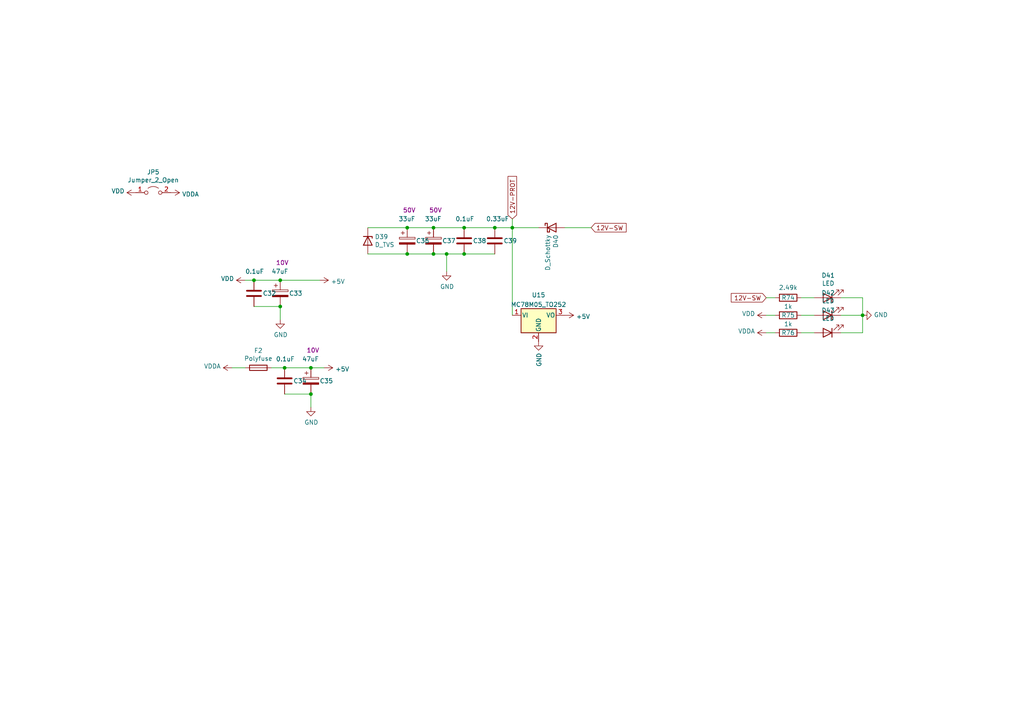
<source format=kicad_sch>
(kicad_sch (version 20230121) (generator eeschema)
  (paper "A4")
  (lib_symbols
    (symbol "Device:C" (pin_numbers hide) (pin_names (offset 0.254))
      (property "Reference" "C" (at 0.635 2.54 0))
      (property "Value" "C" (at 0.635 -2.54 0))
      (symbol "C_0_1"
        (polyline (pts (xy -2.032 -0.762) (xy 2.032 -0.762)) (stroke (width 0.508)))
        (polyline (pts (xy -2.032 0.762) (xy 2.032 0.762)) (stroke (width 0.508)))
      )
      (symbol "C_1_1"
        (pin passive line (at 0 3.81 270) (length 2.794) (name "~") (number "1"))
        (pin passive line (at 0 -3.81 90) (length 2.794) (name "~") (number "2"))
      )
    )
    (symbol "Device:CP" (pin_numbers hide) (pin_names (offset 0.254))
      (property "Reference" "C" (at 0.635 2.54 0))
      (property "Value" "Device_CP" (at 0.635 -2.54 0))
      (symbol "CP_0_1"
        (rectangle (start -2.286 0.508) (end 2.286 1.016))
        (polyline (pts (xy -1.778 2.286) (xy -0.762 2.286)))
        (polyline (pts (xy -1.27 2.794) (xy -1.27 1.778)))
        (rectangle (start 2.286 -0.508) (end -2.286 -1.016) (fill (type outline)))
      )
      (symbol "CP_1_1"
        (pin passive line (at 0 3.81 270) (length 2.794) (name "~") (number "1"))
        (pin passive line (at 0 -3.81 90) (length 2.794) (name "~") (number "2"))
      )
    )
    (symbol "Device:D_Schottky" (pin_numbers hide) (pin_names (offset 1.016) hide)
      (property "Reference" "D" (at 0 2.54 0))
      (property "Value" "D_Schottky" (at 0 -2.54 0))
      (symbol "D_Schottky_0_1"
        (polyline (pts (xy 1.27 0) (xy -1.27 0)))
        (polyline (pts (xy 1.27 1.27) (xy 1.27 -1.27) (xy -1.27 0) (xy 1.27 1.27)) (stroke (width 0.254)))
        (polyline (pts (xy -1.905 0.635) (xy -1.905 1.27) (xy -1.27 1.27) (xy -1.27 -1.27) (xy -0.635 -1.27) (xy -0.635 -0.635)) (stroke (width 0.254)))
      )
      (symbol "D_Schottky_1_1"
        (pin passive line (at -3.81 0 0) (length 2.54) (name "K") (number "1"))
        (pin passive line (at 3.81 0 180) (length 2.54) (name "A") (number "2"))
      )
    )
    (symbol "Device:D_Zener" (pin_numbers hide) (pin_names (offset 1.016) hide)
      (property "Reference" "D" (at 0 2.54 0))
      (property "Value" "D_Zener" (at 0 -2.54 0))
      (symbol "D_Zener_0_1"
        (polyline (pts (xy 1.27 0) (xy -1.27 0)))
        (polyline (pts (xy -1.27 -1.27) (xy -1.27 1.27) (xy -0.762 1.27)) (stroke (width 0.254)))
        (polyline (pts (xy 1.27 -1.27) (xy 1.27 1.27) (xy -1.27 0) (xy 1.27 -1.27)) (stroke (width 0.254)))
      )
      (symbol "D_Zener_1_1"
        (pin passive line (at -3.81 0 0) (length 2.54) (name "K") (number "1"))
        (pin passive line (at 3.81 0 180) (length 2.54) (name "A") (number "2"))
      )
    )
    (symbol "Device:Fuse" (pin_numbers hide) (pin_names (offset 0))
      (property "Reference" "F" (at 2.032 0 90))
      (property "Value" "Fuse" (at -1.905 0 90))
      (symbol "Fuse_0_1"
        (rectangle (start -0.762 -2.54) (end 0.762 2.54) (stroke (width 0.254)))
        (polyline (pts (xy 0 2.54) (xy 0 -2.54)))
      )
      (symbol "Fuse_1_1"
        (pin passive line (at 0 3.81 270) (length 1.27) (name "~") (number "1"))
        (pin passive line (at 0 -3.81 90) (length 1.27) (name "~") (number "2"))
      )
    )
    (symbol "Device:LED" (pin_numbers hide) (pin_names (offset 1.016) hide)
      (property "Reference" "D" (at 0 2.54 0))
      (property "Value" "LED" (at 0 -2.54 0))
      (symbol "LED_0_1"
        (polyline (pts (xy -1.27 -1.27) (xy -1.27 1.27)) (stroke (width 0.254)))
        (polyline (pts (xy -1.27 0) (xy 1.27 0)))
        (polyline (pts (xy 1.27 -1.27) (xy 1.27 1.27) (xy -1.27 0) (xy 1.27 -1.27)) (stroke (width 0.254)))
        (polyline (pts (xy -3.048 -0.762) (xy -4.572 -2.286) (xy -3.81 -2.286) (xy -4.572 -2.286) (xy -4.572 -1.524)))
        (polyline (pts (xy -1.778 -0.762) (xy -3.302 -2.286) (xy -2.54 -2.286) (xy -3.302 -2.286) (xy -3.302 -1.524)))
      )
      (symbol "LED_1_1"
        (pin passive line (at -3.81 0 0) (length 2.54) (name "K") (number "1"))
        (pin passive line (at 3.81 0 180) (length 2.54) (name "A") (number "2"))
      )
    )
    (symbol "Device:R" (pin_numbers hide) (pin_names (offset 0))
      (property "Reference" "R" (at 2.032 0 90))
      (property "Value" "R" (at 0 0 90))
      (symbol "R_0_1"
        (rectangle (start -1.016 -2.54) (end 1.016 2.54) (stroke (width 0.254)))
      )
      (symbol "R_1_1"
        (pin passive line (at 0 3.81 270) (length 1.27) (name "~") (number "1"))
        (pin passive line (at 0 -3.81 90) (length 1.27) (name "~") (number "2"))
      )
    )
    (symbol "Jumper:Jumper_2_Open" (pin_names (offset 0) hide)
      (property "Reference" "JP" (at 0 2.794 0))
      (property "Value" "Jumper_2_Open" (at 0 -2.286 0))
      (symbol "Jumper_2_Open_0_0"
        (circle (center -2.032 0) (radius 0.508))
        (circle (center 2.032 0) (radius 0.508))
      )
      (symbol "Jumper_2_Open_0_1"
        (arc (start 1.524 1.27) (mid 0 1.778) (end -1.524 1.27))
      )
      (symbol "Jumper_2_Open_1_1"
        (pin passive line (at -5.08 0 0) (length 2.54) (name "A") (number "1"))
        (pin passive line (at 5.08 0 180) (length 2.54) (name "B") (number "2"))
      )
    )
    (symbol "Regulator_Linear:MC78M05_TO252" (pin_names (offset 0.254))
      (property "Reference" "U" (at -3.81 3.175 0))
      (property "Value" "MC78M05_TO252" (at 0 3.175 0))
      (symbol "MC78M05_TO252_0_1"
        (rectangle (start -5.08 1.905) (end 5.08 -5.08) (stroke (width 0.254)) (fill (type background)))
      )
      (symbol "MC78M05_TO252_1_1"
        (pin power_in line (at -7.62 0 0) (length 2.54) (name "VI") (number "1"))
        (pin power_in line (at 0 -7.62 90) (length 2.54) (name "GND") (number "2"))
        (pin power_out line (at 7.62 0 180) (length 2.54) (name "VO") (number "3"))
      )
    )
    (symbol "power:+5V" (power) (pin_names (offset 0))
      (property "Value" "+5V" (at 0 3.556 0))
      (symbol "+5V_0_1"
        (polyline (pts (xy -0.762 1.27) (xy 0 2.54)))
        (polyline (pts (xy 0 0) (xy 0 2.54)))
        (polyline (pts (xy 0 2.54) (xy 0.762 1.27)))
      )
      (symbol "+5V_1_1"
        (pin power_in line (at 0 0 90) (length 0) hide (name "+5V") (number "1"))
      )
    )
    (symbol "power:GND" (power) (pin_names (offset 0))
      (property "Value" "GND" (at 0 -3.81 0))
      (symbol "GND_0_1"
        (polyline (pts (xy 0 0) (xy 0 -1.27) (xy 1.27 -1.27) (xy 0 -2.54) (xy -1.27 -1.27) (xy 0 -1.27)))
      )
      (symbol "GND_1_1"
        (pin power_in line (at 0 0 270) (length 0) hide (name "GND") (number "1"))
      )
    )
    (symbol "power:VDD" (power) (pin_names (offset 0))
      (property "Value" "VDD" (at 0 3.81 0))
      (symbol "VDD_0_1"
        (polyline (pts (xy -0.762 1.27) (xy 0 2.54)))
        (polyline (pts (xy 0 0) (xy 0 2.54)))
        (polyline (pts (xy 0 2.54) (xy 0.762 1.27)))
      )
      (symbol "VDD_1_1"
        (pin power_in line (at 0 0 90) (length 0) hide (name "VDD") (number "1"))
      )
    )
    (symbol "power:VDDA" (power) (pin_names (offset 0))
      (property "Value" "VDDA" (at 0 3.81 0))
      (symbol "VDDA_0_1"
        (polyline (pts (xy -0.762 1.27) (xy 0 2.54)))
        (polyline (pts (xy 0 0) (xy 0 2.54)))
        (polyline (pts (xy 0 2.54) (xy 0.762 1.27)))
      )
      (symbol "VDDA_1_1"
        (pin power_in line (at 0 0 90) (length 0) hide (name "VDDA") (number "1"))
      )
    )
  )
  (junction (at 73.66 81.28))
  (junction (at 250.19 91.44))
  (junction (at 129.54 73.66))
  (junction (at 143.51 66.04))
  (junction (at 82.55 106.68))
  (junction (at 81.28 88.9))
  (junction (at 148.59 66.04))
  (junction (at 134.62 66.04))
  (junction (at 81.28 81.28))
  (junction (at 90.17 114.3))
  (junction (at 125.73 66.04))
  (junction (at 90.17 106.68))
  (junction (at 134.62 73.66))
  (junction (at 118.11 73.66))
  (junction (at 125.73 73.66))
  (junction (at 118.11 66.04))
  (wire (pts (xy 78.74 106.68) (xy 82.55 106.68)))
  (wire (pts (xy 134.62 66.04) (xy 125.73 66.04)))
  (wire (pts (xy 232.41 86.36) (xy 236.22 86.36)))
  (wire (pts (xy 129.54 73.66) (xy 129.54 78.74)))
  (wire (pts (xy 134.62 66.04) (xy 143.51 66.04)))
  (wire (pts (xy 148.59 66.04) (xy 156.21 66.04)))
  (wire (pts (xy 171.45 66.04) (xy 163.83 66.04)))
  (wire (pts (xy 81.28 92.71) (xy 81.28 88.9)))
  (wire (pts (xy 90.17 118.11) (xy 90.17 114.3)))
  (wire (pts (xy 129.54 73.66) (xy 125.73 73.66)))
  (wire (pts (xy 93.98 106.68) (xy 90.17 106.68)))
  (wire (pts (xy 243.84 86.36) (xy 250.19 86.36)))
  (wire (pts (xy 224.79 96.52) (xy 222.25 96.52)))
  (wire (pts (xy 232.41 91.44) (xy 236.22 91.44)))
  (wire (pts (xy 106.68 66.04) (xy 118.11 66.04)))
  (wire (pts (xy 148.59 66.04) (xy 148.59 91.44)))
  (wire (pts (xy 222.25 91.44) (xy 224.79 91.44)))
  (wire (pts (xy 67.31 106.68) (xy 71.12 106.68)))
  (wire (pts (xy 106.68 73.66) (xy 118.11 73.66)))
  (wire (pts (xy 118.11 73.66) (xy 125.73 73.66)))
  (wire (pts (xy 143.51 66.04) (xy 148.59 66.04)))
  (wire (pts (xy 250.19 86.36) (xy 250.19 91.44)))
  (wire (pts (xy 73.66 81.28) (xy 81.28 81.28)))
  (wire (pts (xy 134.62 73.66) (xy 143.51 73.66)))
  (wire (pts (xy 82.55 106.68) (xy 90.17 106.68)))
  (wire (pts (xy 71.12 81.28) (xy 73.66 81.28)))
  (wire (pts (xy 118.11 66.04) (xy 125.73 66.04)))
  (wire (pts (xy 148.59 63.5) (xy 148.59 66.04)))
  (wire (pts (xy 134.62 73.66) (xy 129.54 73.66)))
  (wire (pts (xy 250.19 96.52) (xy 250.19 91.44)))
  (wire (pts (xy 222.25 86.36) (xy 224.79 86.36)))
  (wire (pts (xy 81.28 81.28) (xy 92.71 81.28)))
  (wire (pts (xy 73.66 88.9) (xy 81.28 88.9)))
  (wire (pts (xy 82.55 114.3) (xy 90.17 114.3)))
  (wire (pts (xy 232.41 96.52) (xy 236.22 96.52)))
  (wire (pts (xy 243.84 91.44) (xy 250.19 91.44)))
  (wire (pts (xy 243.84 96.52) (xy 250.19 96.52)))
  (global_label "12V-PROT" (shape input) (at 148.59 63.5 90) (property "Intersheetrefs" "${INTERSHEET_REFS}" (effects hide)))
  (global_label "12V-SW" (shape input) (at 171.45 66.04 0) (property "Intersheetrefs" "${INTERSHEET_REFS}" (effects hide)))
  (global_label "12V-SW" (shape input) (at 222.25 86.36 180) (property "Intersheetrefs" "${INTERSHEET_REFS}" (effects hide)))
  (symbol (lib_id "Device:D_Schottky") (at 160.02 66.04 0) (unit 1)
    (property "Reference" "D40" (at 161.1884 68.0466 90) (effects (justify right)))
    (property "Value" "D_Schottky" (at 158.877 68.0466 90) (effects (justify right)))
    (property "Footprint" "Diode_SMD:D_SMA_Handsoldering" (effects hide))
    (property "Digikey Part Number" "B360A-FDICT-ND" (effects hide))
    (property "Manufacturer_Name" "Diodes Inc" (effects hide))
    (property "Manufacturer_Part_Number" "B360A-13-F" (effects hide))
    (property "URL" "https://www.digikey.com.au/product-detail/en/diodes-incorporated/B360A-13-F/B360A-FDICT-ND/724980" (effects hide))
  )
  (symbol (lib_id "Device:CP") (at 125.73 69.85 0) (unit 1)
    (property "Reference" "C37" (at 128.27 69.85 0) (effects (justify left)))
    (property "Value" "33uF" (at 123.19 63.5 0) (effects (justify left)))
    (property "Footprint" "Capacitor_SMD:CP_Elec_6.3x7.7" (effects hide))
    (property "Voltage" "50V" (at 124.46 60.96 0) (effects (justify left)))
    (property "Digikey Part Number" "PCE3925CT-ND" (effects hide))
    (property "Manufacturer_Name" "Panasonic" (effects hide))
    (property "Manufacturer_Part_Number" "EEE-1HA330XP" (effects hide))
    (property "URL" "https://www.digikey.com.au/product-detail/en/panasonic-electronic-components/EEE-1HA330XP/PCE3925CT-ND/766301" (effects hide))
  )
  (symbol (lib_id "Device:C") (at 134.62 69.85 0) (unit 1)
    (property "Reference" "C38" (at 137.16 69.85 0) (effects (justify left)))
    (property "Value" "0.1uF" (at 132.08 63.5 0) (effects (justify left)))
    (property "Footprint" "Capacitor_SMD:C_0805_2012Metric" (effects hide))
    (property "Digikey Part Number" "311-1140-1-ND" (effects hide))
    (property "Manufacturer_Name" "Yageo" (effects hide))
    (property "Manufacturer_Part_Number" "CC0805KRX7R9BB104" (effects hide))
    (property "URL" "https://www.digikey.com.au/product-detail/en/yageo/CC0805KRX7R9BB104/311-1140-1-ND/303050" (effects hide))
  )
  (symbol (lib_id "power:GND") (at 129.54 78.74 0) (unit 1)
    (property "Reference" "#PWR0121" (effects hide))
    (property "Value" "GND" (at 129.667 83.1342 0))
  )
  (symbol (lib_id "power:GND") (at 156.21 99.06 0) (unit 1)
    (property "Reference" "#PWR0122" (effects hide))
    (property "Value" "GND" (at 156.337 102.3112 90) (effects (justify right)))
  )
  (symbol (lib_id "power:+5V") (at 163.83 91.44 270) (unit 1)
    (property "Reference" "#PWR0123" (effects hide))
    (property "Value" "+5V" (at 167.0812 91.821 90) (effects (justify left)))
  )
  (symbol (lib_id "Device:CP") (at 81.28 85.09 0) (unit 1)
    (property "Reference" "C33" (at 83.82 85.09 0) (effects (justify left)))
    (property "Value" "47uF" (at 78.74 78.74 0) (effects (justify left)))
    (property "Footprint" "Capacitor_Tantalum_SMD:CP_EIA-3528-21_Kemet-B" (effects hide))
    (property "Voltage" "10V" (at 80.01 76.2 0) (effects (justify left)))
    (property "Digikey Part Number" "478-1692-1-ND" (effects hide))
    (property "Manufacturer_Name" "AVX" (effects hide))
    (property "Manufacturer_Part_Number" "TAJB476K006RNJ" (effects hide))
    (property "URL" "https://www.digikey.com/product-detail/en/avx-corporation/TAJB476K006RNJ/478-1692-1-ND/564724" (effects hide))
  )
  (symbol (lib_id "Device:C") (at 73.66 85.09 0) (unit 1)
    (property "Reference" "C32" (at 76.2 85.09 0) (effects (justify left)))
    (property "Value" "0.1uF" (at 71.12 78.74 0) (effects (justify left)))
    (property "Footprint" "Capacitor_SMD:C_0805_2012Metric" (effects hide))
    (property "Digikey Part Number" "311-1140-1-ND" (effects hide))
    (property "Manufacturer_Name" "Yageo" (effects hide))
    (property "Manufacturer_Part_Number" "CC0805KRX7R9BB104" (effects hide))
    (property "URL" "https://www.digikey.com.au/product-detail/en/yageo/CC0805KRX7R9BB104/311-1140-1-ND/303050" (effects hide))
  )
  (symbol (lib_id "power:GND") (at 81.28 92.71 0) (unit 1)
    (property "Reference" "#PWR0117" (effects hide))
    (property "Value" "GND" (at 81.407 97.1042 0))
  )
  (symbol (lib_id "Device:CP") (at 90.17 110.49 0) (unit 1)
    (property "Reference" "C35" (at 92.71 110.49 0) (effects (justify left)))
    (property "Value" "47uF" (at 87.63 104.14 0) (effects (justify left)))
    (property "Footprint" "Capacitor_Tantalum_SMD:CP_EIA-3528-21_Kemet-B" (effects hide))
    (property "Voltage" "10V" (at 88.9 101.6 0) (effects (justify left)))
    (property "Digikey Part Number" "478-1692-1-ND" (effects hide))
    (property "Manufacturer_Name" "AVX" (effects hide))
    (property "Manufacturer_Part_Number" "TAJB476K006RNJ" (effects hide))
    (property "URL" "https://www.digikey.com/product-detail/en/avx-corporation/TAJB476K006RNJ/478-1692-1-ND/564724" (effects hide))
  )
  (symbol (lib_id "Device:C") (at 82.55 110.49 0) (unit 1)
    (property "Reference" "C34" (at 85.09 110.49 0) (effects (justify left)))
    (property "Value" "0.1uF" (at 80.01 104.14 0) (effects (justify left)))
    (property "Footprint" "Capacitor_SMD:C_0805_2012Metric" (effects hide))
    (property "Digikey Part Number" "311-1140-1-ND" (effects hide))
    (property "Manufacturer_Name" "Yageo" (effects hide))
    (property "Manufacturer_Part_Number" "CC0805KRX7R9BB104" (effects hide))
    (property "URL" "https://www.digikey.com.au/product-detail/en/yageo/CC0805KRX7R9BB104/311-1140-1-ND/303050" (effects hide))
  )
  (symbol (lib_id "power:GND") (at 90.17 118.11 0) (unit 1)
    (property "Reference" "#PWR0118" (effects hide))
    (property "Value" "GND" (at 90.297 122.5042 0))
  )
  (symbol (lib_id "Device:Fuse") (at 74.93 106.68 270) (unit 1)
    (property "Reference" "F2" (at 74.93 101.6762 90))
    (property "Value" "Polyfuse" (at 74.93 103.9876 90))
    (property "Footprint" "Fuse:Fuse_0603_1608Metric" (effects hide))
    (property "Digikey Part Number" "507-1817-1-ND" (effects hide))
    (property "Manufacturer_Name" "Bel Fuse Inc." (effects hide))
    (property "Manufacturer_Part_Number" "0ZCM0008FF2G" (effects hide))
    (property "URL" "https://www.digikey.com.au/product-detail/en/bel-fuse-inc/0ZCM0008FF2G/507-1817-1-ND/4156262" (effects hide))
  )
  (symbol (lib_id "power:VDD") (at 71.12 81.28 90) (unit 1)
    (property "Reference" "#PWR0116" (effects hide))
    (property "Value" "VDD" (at 67.8942 80.8228 90) (effects (justify left)))
  )
  (symbol (lib_id "power:VDDA") (at 67.31 106.68 90) (unit 1)
    (property "Reference" "#PWR0115" (effects hide))
    (property "Value" "VDDA" (at 64.0588 106.2228 90) (effects (justify left)))
  )
  (symbol (lib_id "power:+5V") (at 92.71 81.28 270) (unit 1)
    (property "Reference" "#PWR0119" (effects hide))
    (property "Value" "+5V" (at 95.9612 81.661 90) (effects (justify left)))
  )
  (symbol (lib_id "Device:D_Zener") (at 106.68 69.85 270) (unit 1)
    (property "Reference" "D39" (at 108.6866 68.6816 90) (effects (justify left)))
    (property "Value" "D_TVS" (at 108.6866 70.993 90) (effects (justify left)))
    (property "Footprint" "Diode_SMD:D_SMB" (effects hide))
    (property "Digikey Part Number" "SMBJ40A-QCT-ND" (effects hide))
    (property "Manufacturer_Name" "Bournes Inc." (effects hide))
    (property "Manufacturer_Part_Number" "SMBJ40A-Q" (effects hide))
    (property "URL" "https://www.digikey.com.au/product-detail/en/bourns-inc/SMBJ40A-Q/SMBJ40A-QCT-ND/10222718" (effects hide))
  )
  (symbol (lib_id "Device:CP") (at 118.11 69.85 0) (unit 1)
    (property "Reference" "C36" (at 120.65 69.85 0) (effects (justify left)))
    (property "Value" "33uF" (at 115.57 63.5 0) (effects (justify left)))
    (property "Footprint" "Capacitor_SMD:CP_Elec_6.3x7.7" (effects hide))
    (property "Voltage" "50V" (at 116.84 60.96 0) (effects (justify left)))
    (property "Digikey Part Number" "PCE3925CT-ND" (effects hide))
    (property "Manufacturer_Name" "Panasonic" (effects hide))
    (property "Manufacturer_Part_Number" "EEE-1HA330XP" (effects hide))
    (property "URL" "https://www.digikey.com.au/product-detail/en/panasonic-electronic-components/EEE-1HA330XP/PCE3925CT-ND/766301" (effects hide))
  )
  (symbol (lib_id "Device:LED") (at 240.03 86.36 180) (unit 1)
    (property "Reference" "D41" (at 240.2078 79.883 0))
    (property "Value" "LED" (at 240.2078 82.1944 0))
    (property "Footprint" "LED_SMD:LED_0805_2012Metric" (effects hide))
    (property "Digikey Part Number" "475-1410-2-ND" (effects hide))
    (property "Manufacturer_Name" "OSRAM" (effects hide))
    (property "Manufacturer_Part_Number" "LG R971-KN-1" (effects hide))
    (property "URL" "https://www.digikey.com/en/products/detail/osram-opto-semiconductors-inc/LG-R971-KN-1/1227925" (effects hide))
  )
  (symbol (lib_id "power:VDDA") (at 222.25 96.52 90) (unit 1)
    (property "Reference" "#PWR0125" (effects hide))
    (property "Value" "VDDA" (at 218.9988 96.0628 90) (effects (justify left)))
  )
  (symbol (lib_id "power:VDD") (at 222.25 91.44 90) (unit 1)
    (property "Reference" "#PWR0124" (effects hide))
    (property "Value" "VDD" (at 219.0242 90.9828 90) (effects (justify left)))
  )
  (symbol (lib_id "Device:LED") (at 240.03 91.44 180) (unit 1)
    (property "Reference" "D42" (at 240.2078 84.963 0))
    (property "Value" "LED" (at 240.2078 87.2744 0))
    (property "Footprint" "LED_SMD:LED_0805_2012Metric" (effects hide))
    (property "Digikey Part Number" "475-1410-2-ND" (effects hide))
    (property "Manufacturer_Name" "OSRAM" (effects hide))
    (property "Manufacturer_Part_Number" "LG R971-KN-1" (effects hide))
    (property "URL" "https://www.digikey.com/en/products/detail/osram-opto-semiconductors-inc/LG-R971-KN-1/1227925" (effects hide))
  )
  (symbol (lib_id "Device:LED") (at 240.03 96.52 180) (unit 1)
    (property "Reference" "D43" (at 240.2078 90.043 0))
    (property "Value" "LED" (at 240.2078 92.3544 0))
    (property "Footprint" "LED_SMD:LED_0805_2012Metric" (effects hide))
    (property "Digikey Part Number" "475-1410-2-ND" (effects hide))
    (property "Manufacturer_Name" "OSRAM" (effects hide))
    (property "Manufacturer_Part_Number" "LG R971-KN-1" (effects hide))
    (property "URL" "https://www.digikey.com/en/products/detail/osram-opto-semiconductors-inc/LG-R971-KN-1/1227925" (effects hide))
  )
  (symbol (lib_id "power:GND") (at 250.19 91.44 90) (unit 1)
    (property "Reference" "#PWR0126" (effects hide))
    (property "Value" "GND" (at 253.4412 91.313 90) (effects (justify right)))
  )
  (symbol (lib_id "Jumper:Jumper_2_Open") (at 44.45 55.88 0) (unit 1)
    (property "Reference" "JP5" (at 44.45 49.911 0))
    (property "Value" "Jumper_2_Open" (at 44.45 52.2224 0))
    (property "Footprint" "Jumper:SolderJumper-2_P1.3mm_Open_Pad1.0x1.5mm" (effects hide))
  )
  (symbol (lib_id "power:VDD") (at 39.37 55.88 90) (unit 1)
    (property "Reference" "#PWR0113" (effects hide))
    (property "Value" "VDD" (at 36.1442 55.4228 90) (effects (justify left)))
  )
  (symbol (lib_id "power:VDDA") (at 49.53 55.88 270) (unit 1)
    (property "Reference" "#PWR0114" (effects hide))
    (property "Value" "VDDA" (at 52.7812 56.3372 90) (effects (justify left)))
  )
  (symbol (lib_id "Device:R") (at 228.6 91.44 90) (unit 1)
    (property "Reference" "R75" (at 228.6 91.44 90))
    (property "Value" "1k" (at 228.6 88.9 90))
    (property "Footprint" "Resistor_SMD:R_0805_2012Metric" (effects hide))
    (property "Digikey Part Number" "311-1.00KCRCT-ND" (effects hide))
    (property "Manufacturer_Name" "Yageo" (effects hide))
    (property "Manufacturer_Part_Number" "RC0805FR-071KL" (effects hide))
    (property "URL" "https://www.digikey.com/product-detail/en/yageo/RC0805FR-071KL/311-1.00KCRCT-ND/730391" (effects hide))
  )
  (symbol (lib_id "Device:C") (at 143.51 69.85 0) (unit 1)
    (property "Reference" "C39" (at 146.05 69.85 0) (effects (justify left)))
    (property "Value" "0.33uF" (at 140.97 63.5 0) (effects (justify left)))
    (property "Footprint" "Capacitor_SMD:C_0805_2012Metric" (effects hide))
    (property "Digikey Part Number" "445-5684-1-ND" (effects hide))
    (property "Manufacturer_Name" "TDK" (effects hide))
    (property "Manufacturer_Part_Number" "CGA4J2X7R1H334K125AA" (effects hide))
    (property "URL" "https://www.digikey.com.au/en/products/detail/tdk-corporation/CGA4J2X7R1H334K125AA/2443162" (effects hide))
  )
  (symbol (lib_id "power:+5V") (at 93.98 106.68 270) (unit 1)
    (property "Reference" "#PWR0120" (effects hide))
    (property "Value" "+5V" (at 97.2312 107.061 90) (effects (justify left)))
  )
  (symbol (lib_id "Device:R") (at 228.6 86.36 270) (unit 1)
    (property "Reference" "R74" (at 228.6 86.36 90))
    (property "Value" "2.49k" (at 228.6 83.4136 90))
    (property "Footprint" "Resistor_SMD:R_0805_2012Metric" (effects hide))
    (property "Digikey Part Number" "YAG1854CT-ND" (effects hide))
    (property "Manufacturer_Name" "Yageo" (effects hide))
    (property "Manufacturer_Part_Number" "RT0805BRD072K49L" (effects hide))
    (property "Tolerance" "0.1%" (effects hide))
    (property "URL" "https://www.digikey.com/product-detail/en/yageo/RT0805BRD072K49L/YAG1854CT-ND/5139302" (effects hide))
  )
  (symbol (lib_id "Regulator_Linear:MC78M05_TO252") (at 156.21 91.44 0) (unit 1)
    (property "Reference" "U15" (at 156.21 85.5685 0))
    (property "Value" "MC78M05_TO252" (at 156.21 88.3436 0))
    (property "Footprint" "Package_TO_SOT_SMD:TO-252-2" (effects hide))
    (property "Datasheet" "https://www.onsemi.com/pdf/datasheet/mc7800-d.pdf" (effects hide))
    (property "Digikey Part Number" "NCV7805BDTRKGOSCT-ND" (effects hide))
    (property "Manufacturer_Name" "ON Semi" (effects hide))
    (property "Manufacturer_Part_Number" "NCV7805BDTRKG" (effects hide))
    (property "URL" "https://www.digikey.com/en/products/detail/onsemi/NCV7805BDTRKG/1792758" (effects hide))
  )
  (symbol (lib_id "Device:R") (at 228.6 96.52 90) (unit 1)
    (property "Reference" "R76" (at 228.6 96.52 90))
    (property "Value" "1k" (at 228.6 93.98 90))
    (property "Footprint" "Resistor_SMD:R_0805_2012Metric" (effects hide))
    (property "Digikey Part Number" "311-1.00KCRCT-ND" (effects hide))
    (property "Manufacturer_Name" "Yageo" (effects hide))
    (property "Manufacturer_Part_Number" "RC0805FR-071KL" (effects hide))
    (property "URL" "https://www.digikey.com/product-detail/en/yageo/RC0805FR-071KL/311-1.00KCRCT-ND/730391" (effects hide))
  )
)
</source>
